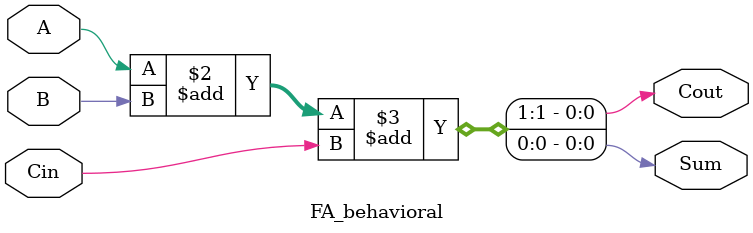
<source format=v>
module FA_behavioral(
    input A, B, Cin,
    output reg Sum, Cout
);
    always @* begin
        {Cout, Sum} = A + B + Cin;
    end
endmodule


</source>
